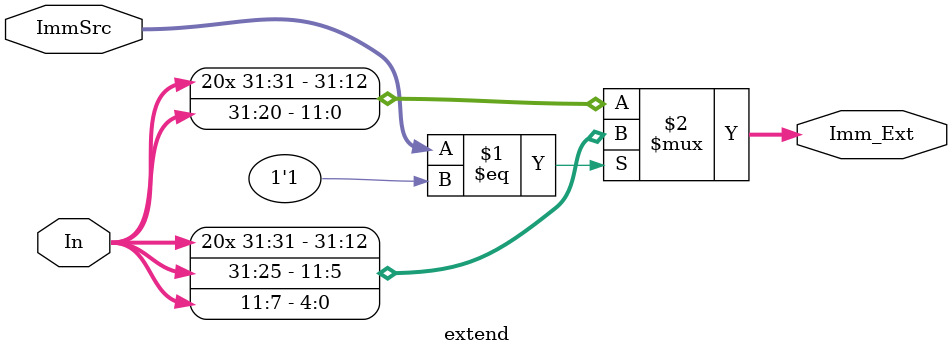
<source format=v>
module extend (In,Imm_Ext,ImmSrc);

    input [31:0]In;
    input [1:0] ImmSrc;
    output [31:0]Imm_Ext;

    assign Imm_Ext = (ImmSrc == 1'b1) ? ({{20{In[31]}},In[31:25],In[11:7]}):
                                        {{20{In[31]}},In[31:20]};
                                
endmodule
</source>
